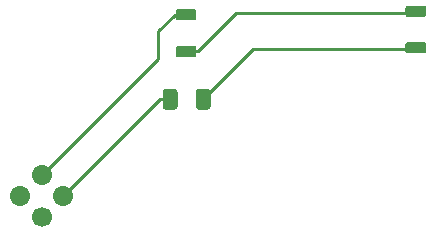
<source format=gbr>
G04 #@! TF.GenerationSoftware,KiCad,Pcbnew,(5.1.2)-1*
G04 #@! TF.CreationDate,2019-05-13T20:23:08-05:00*
G04 #@! TF.ProjectId,van-sao,76616e2d-7361-46f2-9e6b-696361645f70,rev?*
G04 #@! TF.SameCoordinates,Original*
G04 #@! TF.FileFunction,Copper,L2,Bot*
G04 #@! TF.FilePolarity,Positive*
%FSLAX46Y46*%
G04 Gerber Fmt 4.6, Leading zero omitted, Abs format (unit mm)*
G04 Created by KiCad (PCBNEW (5.1.2)-1) date 2019-05-13 20:23:08*
%MOMM*%
%LPD*%
G04 APERTURE LIST*
%ADD10C,0.100000*%
%ADD11C,0.950000*%
%ADD12C,1.250000*%
%ADD13C,1.700000*%
%ADD14C,1.700000*%
%ADD15C,0.250000*%
G04 APERTURE END LIST*
D10*
G36*
X97363623Y-81455915D02*
G01*
X97382067Y-81458651D01*
X97400154Y-81463181D01*
X97417710Y-81469463D01*
X97434565Y-81477435D01*
X97450558Y-81487021D01*
X97465535Y-81498128D01*
X97479350Y-81510650D01*
X97491872Y-81524465D01*
X97502979Y-81539442D01*
X97512565Y-81555435D01*
X97520537Y-81572290D01*
X97526819Y-81589846D01*
X97531349Y-81607933D01*
X97534085Y-81626377D01*
X97535000Y-81645000D01*
X97535000Y-82215000D01*
X97534085Y-82233623D01*
X97531349Y-82252067D01*
X97526819Y-82270154D01*
X97520537Y-82287710D01*
X97512565Y-82304565D01*
X97502979Y-82320558D01*
X97491872Y-82335535D01*
X97479350Y-82349350D01*
X97465535Y-82361872D01*
X97450558Y-82372979D01*
X97434565Y-82382565D01*
X97417710Y-82390537D01*
X97400154Y-82396819D01*
X97382067Y-82401349D01*
X97363623Y-82404085D01*
X97345000Y-82405000D01*
X95975000Y-82405000D01*
X95956377Y-82404085D01*
X95937933Y-82401349D01*
X95919846Y-82396819D01*
X95902290Y-82390537D01*
X95885435Y-82382565D01*
X95869442Y-82372979D01*
X95854465Y-82361872D01*
X95840650Y-82349350D01*
X95828128Y-82335535D01*
X95817021Y-82320558D01*
X95807435Y-82304565D01*
X95799463Y-82287710D01*
X95793181Y-82270154D01*
X95788651Y-82252067D01*
X95785915Y-82233623D01*
X95785000Y-82215000D01*
X95785000Y-81645000D01*
X95785915Y-81626377D01*
X95788651Y-81607933D01*
X95793181Y-81589846D01*
X95799463Y-81572290D01*
X95807435Y-81555435D01*
X95817021Y-81539442D01*
X95828128Y-81524465D01*
X95840650Y-81510650D01*
X95854465Y-81498128D01*
X95869442Y-81487021D01*
X95885435Y-81477435D01*
X95902290Y-81469463D01*
X95919846Y-81463181D01*
X95937933Y-81458651D01*
X95956377Y-81455915D01*
X95975000Y-81455000D01*
X97345000Y-81455000D01*
X97363623Y-81455915D01*
X97363623Y-81455915D01*
G37*
D11*
X96660000Y-81930000D03*
D10*
G36*
X97363623Y-84555915D02*
G01*
X97382067Y-84558651D01*
X97400154Y-84563181D01*
X97417710Y-84569463D01*
X97434565Y-84577435D01*
X97450558Y-84587021D01*
X97465535Y-84598128D01*
X97479350Y-84610650D01*
X97491872Y-84624465D01*
X97502979Y-84639442D01*
X97512565Y-84655435D01*
X97520537Y-84672290D01*
X97526819Y-84689846D01*
X97531349Y-84707933D01*
X97534085Y-84726377D01*
X97535000Y-84745000D01*
X97535000Y-85315000D01*
X97534085Y-85333623D01*
X97531349Y-85352067D01*
X97526819Y-85370154D01*
X97520537Y-85387710D01*
X97512565Y-85404565D01*
X97502979Y-85420558D01*
X97491872Y-85435535D01*
X97479350Y-85449350D01*
X97465535Y-85461872D01*
X97450558Y-85472979D01*
X97434565Y-85482565D01*
X97417710Y-85490537D01*
X97400154Y-85496819D01*
X97382067Y-85501349D01*
X97363623Y-85504085D01*
X97345000Y-85505000D01*
X95975000Y-85505000D01*
X95956377Y-85504085D01*
X95937933Y-85501349D01*
X95919846Y-85496819D01*
X95902290Y-85490537D01*
X95885435Y-85482565D01*
X95869442Y-85472979D01*
X95854465Y-85461872D01*
X95840650Y-85449350D01*
X95828128Y-85435535D01*
X95817021Y-85420558D01*
X95807435Y-85404565D01*
X95799463Y-85387710D01*
X95793181Y-85370154D01*
X95788651Y-85352067D01*
X95785915Y-85333623D01*
X95785000Y-85315000D01*
X95785000Y-84745000D01*
X95785915Y-84726377D01*
X95788651Y-84707933D01*
X95793181Y-84689846D01*
X95799463Y-84672290D01*
X95807435Y-84655435D01*
X95817021Y-84639442D01*
X95828128Y-84624465D01*
X95840650Y-84610650D01*
X95854465Y-84598128D01*
X95869442Y-84587021D01*
X95885435Y-84577435D01*
X95902290Y-84569463D01*
X95919846Y-84563181D01*
X95937933Y-84558651D01*
X95956377Y-84555915D01*
X95975000Y-84555000D01*
X97345000Y-84555000D01*
X97363623Y-84555915D01*
X97363623Y-84555915D01*
G37*
D11*
X96660000Y-85030000D03*
D10*
G36*
X77917083Y-84860355D02*
G01*
X77935527Y-84863091D01*
X77953614Y-84867621D01*
X77971170Y-84873903D01*
X77988025Y-84881875D01*
X78004018Y-84891461D01*
X78018995Y-84902568D01*
X78032810Y-84915090D01*
X78045332Y-84928905D01*
X78056439Y-84943882D01*
X78066025Y-84959875D01*
X78073997Y-84976730D01*
X78080279Y-84994286D01*
X78084809Y-85012373D01*
X78087545Y-85030817D01*
X78088460Y-85049440D01*
X78088460Y-85619440D01*
X78087545Y-85638063D01*
X78084809Y-85656507D01*
X78080279Y-85674594D01*
X78073997Y-85692150D01*
X78066025Y-85709005D01*
X78056439Y-85724998D01*
X78045332Y-85739975D01*
X78032810Y-85753790D01*
X78018995Y-85766312D01*
X78004018Y-85777419D01*
X77988025Y-85787005D01*
X77971170Y-85794977D01*
X77953614Y-85801259D01*
X77935527Y-85805789D01*
X77917083Y-85808525D01*
X77898460Y-85809440D01*
X76528460Y-85809440D01*
X76509837Y-85808525D01*
X76491393Y-85805789D01*
X76473306Y-85801259D01*
X76455750Y-85794977D01*
X76438895Y-85787005D01*
X76422902Y-85777419D01*
X76407925Y-85766312D01*
X76394110Y-85753790D01*
X76381588Y-85739975D01*
X76370481Y-85724998D01*
X76360895Y-85709005D01*
X76352923Y-85692150D01*
X76346641Y-85674594D01*
X76342111Y-85656507D01*
X76339375Y-85638063D01*
X76338460Y-85619440D01*
X76338460Y-85049440D01*
X76339375Y-85030817D01*
X76342111Y-85012373D01*
X76346641Y-84994286D01*
X76352923Y-84976730D01*
X76360895Y-84959875D01*
X76370481Y-84943882D01*
X76381588Y-84928905D01*
X76394110Y-84915090D01*
X76407925Y-84902568D01*
X76422902Y-84891461D01*
X76438895Y-84881875D01*
X76455750Y-84873903D01*
X76473306Y-84867621D01*
X76491393Y-84863091D01*
X76509837Y-84860355D01*
X76528460Y-84859440D01*
X77898460Y-84859440D01*
X77917083Y-84860355D01*
X77917083Y-84860355D01*
G37*
D11*
X77213460Y-85334440D03*
D10*
G36*
X77917083Y-81760355D02*
G01*
X77935527Y-81763091D01*
X77953614Y-81767621D01*
X77971170Y-81773903D01*
X77988025Y-81781875D01*
X78004018Y-81791461D01*
X78018995Y-81802568D01*
X78032810Y-81815090D01*
X78045332Y-81828905D01*
X78056439Y-81843882D01*
X78066025Y-81859875D01*
X78073997Y-81876730D01*
X78080279Y-81894286D01*
X78084809Y-81912373D01*
X78087545Y-81930817D01*
X78088460Y-81949440D01*
X78088460Y-82519440D01*
X78087545Y-82538063D01*
X78084809Y-82556507D01*
X78080279Y-82574594D01*
X78073997Y-82592150D01*
X78066025Y-82609005D01*
X78056439Y-82624998D01*
X78045332Y-82639975D01*
X78032810Y-82653790D01*
X78018995Y-82666312D01*
X78004018Y-82677419D01*
X77988025Y-82687005D01*
X77971170Y-82694977D01*
X77953614Y-82701259D01*
X77935527Y-82705789D01*
X77917083Y-82708525D01*
X77898460Y-82709440D01*
X76528460Y-82709440D01*
X76509837Y-82708525D01*
X76491393Y-82705789D01*
X76473306Y-82701259D01*
X76455750Y-82694977D01*
X76438895Y-82687005D01*
X76422902Y-82677419D01*
X76407925Y-82666312D01*
X76394110Y-82653790D01*
X76381588Y-82639975D01*
X76370481Y-82624998D01*
X76360895Y-82609005D01*
X76352923Y-82592150D01*
X76346641Y-82574594D01*
X76342111Y-82556507D01*
X76339375Y-82538063D01*
X76338460Y-82519440D01*
X76338460Y-81949440D01*
X76339375Y-81930817D01*
X76342111Y-81912373D01*
X76346641Y-81894286D01*
X76352923Y-81876730D01*
X76360895Y-81859875D01*
X76370481Y-81843882D01*
X76381588Y-81828905D01*
X76394110Y-81815090D01*
X76407925Y-81802568D01*
X76422902Y-81791461D01*
X76438895Y-81781875D01*
X76455750Y-81773903D01*
X76473306Y-81767621D01*
X76491393Y-81763091D01*
X76509837Y-81760355D01*
X76528460Y-81759440D01*
X77898460Y-81759440D01*
X77917083Y-81760355D01*
X77917083Y-81760355D01*
G37*
D11*
X77213460Y-82234440D03*
D10*
G36*
X79061224Y-88503724D02*
G01*
X79085493Y-88507324D01*
X79109291Y-88513285D01*
X79132391Y-88521550D01*
X79154569Y-88532040D01*
X79175613Y-88544653D01*
X79195318Y-88559267D01*
X79213497Y-88575743D01*
X79229973Y-88593922D01*
X79244587Y-88613627D01*
X79257200Y-88634671D01*
X79267690Y-88656849D01*
X79275955Y-88679949D01*
X79281916Y-88703747D01*
X79285516Y-88728016D01*
X79286720Y-88752520D01*
X79286720Y-90002520D01*
X79285516Y-90027024D01*
X79281916Y-90051293D01*
X79275955Y-90075091D01*
X79267690Y-90098191D01*
X79257200Y-90120369D01*
X79244587Y-90141413D01*
X79229973Y-90161118D01*
X79213497Y-90179297D01*
X79195318Y-90195773D01*
X79175613Y-90210387D01*
X79154569Y-90223000D01*
X79132391Y-90233490D01*
X79109291Y-90241755D01*
X79085493Y-90247716D01*
X79061224Y-90251316D01*
X79036720Y-90252520D01*
X78286720Y-90252520D01*
X78262216Y-90251316D01*
X78237947Y-90247716D01*
X78214149Y-90241755D01*
X78191049Y-90233490D01*
X78168871Y-90223000D01*
X78147827Y-90210387D01*
X78128122Y-90195773D01*
X78109943Y-90179297D01*
X78093467Y-90161118D01*
X78078853Y-90141413D01*
X78066240Y-90120369D01*
X78055750Y-90098191D01*
X78047485Y-90075091D01*
X78041524Y-90051293D01*
X78037924Y-90027024D01*
X78036720Y-90002520D01*
X78036720Y-88752520D01*
X78037924Y-88728016D01*
X78041524Y-88703747D01*
X78047485Y-88679949D01*
X78055750Y-88656849D01*
X78066240Y-88634671D01*
X78078853Y-88613627D01*
X78093467Y-88593922D01*
X78109943Y-88575743D01*
X78128122Y-88559267D01*
X78147827Y-88544653D01*
X78168871Y-88532040D01*
X78191049Y-88521550D01*
X78214149Y-88513285D01*
X78237947Y-88507324D01*
X78262216Y-88503724D01*
X78286720Y-88502520D01*
X79036720Y-88502520D01*
X79061224Y-88503724D01*
X79061224Y-88503724D01*
G37*
D12*
X78661720Y-89377520D03*
D10*
G36*
X76261224Y-88503724D02*
G01*
X76285493Y-88507324D01*
X76309291Y-88513285D01*
X76332391Y-88521550D01*
X76354569Y-88532040D01*
X76375613Y-88544653D01*
X76395318Y-88559267D01*
X76413497Y-88575743D01*
X76429973Y-88593922D01*
X76444587Y-88613627D01*
X76457200Y-88634671D01*
X76467690Y-88656849D01*
X76475955Y-88679949D01*
X76481916Y-88703747D01*
X76485516Y-88728016D01*
X76486720Y-88752520D01*
X76486720Y-90002520D01*
X76485516Y-90027024D01*
X76481916Y-90051293D01*
X76475955Y-90075091D01*
X76467690Y-90098191D01*
X76457200Y-90120369D01*
X76444587Y-90141413D01*
X76429973Y-90161118D01*
X76413497Y-90179297D01*
X76395318Y-90195773D01*
X76375613Y-90210387D01*
X76354569Y-90223000D01*
X76332391Y-90233490D01*
X76309291Y-90241755D01*
X76285493Y-90247716D01*
X76261224Y-90251316D01*
X76236720Y-90252520D01*
X75486720Y-90252520D01*
X75462216Y-90251316D01*
X75437947Y-90247716D01*
X75414149Y-90241755D01*
X75391049Y-90233490D01*
X75368871Y-90223000D01*
X75347827Y-90210387D01*
X75328122Y-90195773D01*
X75309943Y-90179297D01*
X75293467Y-90161118D01*
X75278853Y-90141413D01*
X75266240Y-90120369D01*
X75255750Y-90098191D01*
X75247485Y-90075091D01*
X75241524Y-90051293D01*
X75237924Y-90027024D01*
X75236720Y-90002520D01*
X75236720Y-88752520D01*
X75237924Y-88728016D01*
X75241524Y-88703747D01*
X75247485Y-88679949D01*
X75255750Y-88656849D01*
X75266240Y-88634671D01*
X75278853Y-88613627D01*
X75293467Y-88593922D01*
X75309943Y-88575743D01*
X75328122Y-88559267D01*
X75347827Y-88544653D01*
X75368871Y-88532040D01*
X75391049Y-88521550D01*
X75414149Y-88513285D01*
X75437947Y-88507324D01*
X75462216Y-88503724D01*
X75486720Y-88502520D01*
X76236720Y-88502520D01*
X76261224Y-88503724D01*
X76261224Y-88503724D01*
G37*
D12*
X75861720Y-89377520D03*
D13*
X64983360Y-95790749D03*
D14*
X64983360Y-95790749D02*
X64983360Y-95790749D01*
D13*
X66779411Y-97586800D03*
D14*
X66779411Y-97586800D02*
X66779411Y-97586800D01*
D13*
X63187309Y-97586800D03*
D14*
X63187309Y-97586800D02*
X63187309Y-97586800D01*
D13*
X64983360Y-99382851D03*
D15*
X95618660Y-82059180D02*
X96593660Y-82059180D01*
X81463720Y-82059180D02*
X95618660Y-82059180D01*
X78188460Y-85334440D02*
X81463720Y-82059180D01*
X77213460Y-85334440D02*
X78188460Y-85334440D01*
X82880060Y-85159180D02*
X78661720Y-89377520D01*
X96593660Y-85159180D02*
X82880060Y-85159180D01*
X76238460Y-82234440D02*
X74830940Y-83641960D01*
X77213460Y-82234440D02*
X76238460Y-82234440D01*
X74830940Y-85943169D02*
X64983360Y-95790749D01*
X74830940Y-83641960D02*
X74830940Y-85943169D01*
X74988691Y-89377520D02*
X66779411Y-97586800D01*
X75861720Y-89377520D02*
X74988691Y-89377520D01*
M02*

</source>
